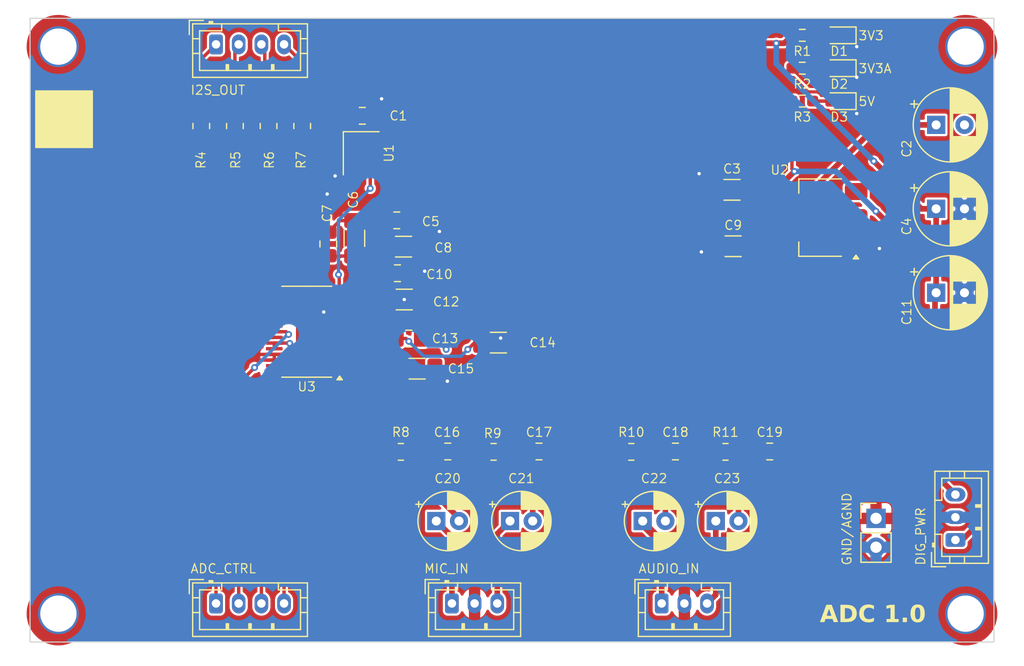
<source format=kicad_pcb>
(kicad_pcb (version 20240108) (generator "pcbnew") (generator_version "8.0")
  (layers (0 "F.Cu" signal) (31 "B.Cu" signal) (34 "B.Paste" user) (35 "F.Paste" user) (36 "B.SilkS" user "B.Silkscreen") (37 "F.SilkS" user "F.Silkscreen") (38 "B.Mask" user) (39 "F.Mask" user) (44 "Edge.Cuts" user))
  (net 0 "")
  (net 1 "GND")
  (net 2 "AGND")
  (net 3 "3V3")
  (net 4 "RIGHT_IN")
  (net 5 "LEFT_IN")
  (net 6 "5V")
  (net 7 "I2S_DATA_OUT")
  (net 8 "I2S_MCLK_OUT")
  (net 9 "I2S_BCLK_OUT")
  (net 10 "SDA")
  (net 11 "SCL")
  (net 12 "3V3A")
  (net 13 "LDO")
  (net 14 "VREF")
  (net 15 "INT")
  (net 16 "I2S_LRCLK_OUT")
  (net 17 "Net-(D1-A)")
  (net 18 "Net-(C20-Pad2)")
  (net 19 "ADC_INT")
  (net 20 "ADC_GPIO1")
  (net 21 "GNDA")
  (net 22 "Net-(D2-A)")
  (net 23 "Net-(D3-A)")
  (net 24 "SCLKI")
  (net 25 "MIC_LEFT_IN")
  (net 26 "Net-(C21-Pad2)")
  (net 27 "Net-(C22-Pad2)")
  (net 28 "MIC_RIGHT_IN")
  (net 29 "Net-(U3-VINL2)")
  (net 30 "Net-(U3-VINR2)")
  (net 31 "Net-(U3-VINL1)")
  (net 32 "Net-(U3-VINR1)")
  (net 33 "Net-(C23-Pad2)")
  (net 34 "Net-(U3-MOSI{slash}GPIO0{slash}DMIN2)")
  (net 35 "Net-(U3-BCLK)")
  (net 36 "Net-(U3-LRCLK)")
  (net 37 "Net-(U3-DOUT)")
  (footprint "Connector_PinHeader_2.54mm:PinHeader_1x02_P2.54mm_Vertical" (layer "F.Cu") (at 161.0364 105.265)
    (property "Reference" "J2" (hide yes))
    (property "Value" "Conn_01x02_Male")
    (pad "1" thru_hole rect (at 0 0) (size 1.7 1.7) (drill 1) (layers "*.Cu" "*.Mask") (net 2 "AGND"))
    (pad "2" thru_hole oval (at 0 2.54) (size 1.7 1.7) (drill 1) (layers "*.Cu" "*.Mask") (net 1 "GND"))
  )
  (footprint "Connector_JST:JST_PH_B3B-PH-K_1x03_P2.00mm_Vertical" (layer "F.Cu") (at 142.1364 112.765)
    (property "Reference" "J6" (hide yes))
    (property "Value" "Conn_01x03_Pin")
    (pad "1" thru_hole roundrect (at 0 0) (size 1.2 1.75) (drill 0.75) (layers "*.Cu" "*.Mask") (roundrect_rratio 0.208333) (net 5 "LEFT_IN"))
    (pad "2" thru_hole oval (at 2 0) (size 1.2 1.75) (drill 0.75) (layers "*.Cu" "*.Mask") (net 2 "AGND"))
    (pad "3" thru_hole oval (at 4 0) (size 1.2 1.75) (drill 0.75) (layers "*.Cu" "*.Mask") (net 4 "RIGHT_IN"))
  )
  (footprint "Capacitor_SMD:C_1206_3216Metric_Pad1.33x1.80mm_HandSolder" (layer "F.Cu") (at 119.3739 81.3025)
    (property "Reference" "C8" (at 3.5 0.1 0) (layer "F.SilkS") (effects (font (size 0.8 0.8) (thickness 0.1))))
    (property "Value" "10u")
    (pad "1" smd roundrect (at -1.5625 0) (size 1.325 1.8) (layers "F.Cu" "F.Paste" "F.Mask") (roundrect_rratio 0.188679) (net 3 "3V3"))
    (pad "2" smd roundrect (at 1.5625 0) (size 1.325 1.8) (layers "F.Cu" "F.Paste" "F.Mask") (roundrect_rratio 0.188679) (net 1 "GND"))
  )
  (footprint "MountingHole:MountingHole_3.2mm_M3_DIN965_Pad_TopOnly" (layer "F.Cu") (at 168.9364 113.665)
    (property "Reference" "H4" (hide yes))
    (property "Value" "MountingHole")
    (pad "1" thru_hole circle (at 0 0) (size 3.6 3.6) (drill 3.2) (layers "*.Cu" "*.Mask"))
    (pad "1" connect circle (at 0 0) (size 5.6 5.6) (layers "F.Cu" "F.Mask"))
  )
  (footprint "Resistor_SMD:R_0603_1608Metric_Pad0.98x0.95mm_HandSolder" (layer "F.Cu") (at 154.5364 65.565 180)
    (property "Reference" "R2" (at 0 -1.4 0) (layer "F.SilkS") (effects (font (size 0.8 0.8) (thickness 0.1))))
    (property "Value" "650R")
    (pad "1" smd roundrect (at -0.9125 0 180) (size 0.975 0.95) (layers "F.Cu" "F.Paste" "F.Mask") (net 22 "Net-(D2-A)"))
    (pad "2" smd roundrect (at 0.9125 0 180) (size 0.975 0.95) (layers "F.Cu" "F.Paste" "F.Mask") (net 12 "3V3A"))
  )
  (footprint "Package_TO_SOT_SMD:SOT-223-3_TabPin2" (layer "F.Cu") (at 156.1364 78.74 180)
    (property "Reference" "U2" (at 3.6 4.2 0) (layer "F.SilkS") (effects (font (size 0.8 0.8) (thickness 0.1))))
    (property "Value" "ZLDO1117QG33TA")
    (pad "1" smd roundrect (at -3.15 -2.3 180) (size 2 1.5) (layers "F.Cu" "F.Paste" "F.Mask") (net 1 "GND"))
    (pad "2" smd roundrect (at -3.15 0 180) (size 2 1.5) (layers "F.Cu" "F.Paste" "F.Mask") (net 12 "3V3A"))
    (pad "2" smd roundrect (at 3.15 0 180) (size 2 3.8) (layers "F.Cu" "F.Paste" "F.Mask") (net 12 "3V3A"))
    (pad "3" smd roundrect (at -3.15 2.3 180) (size 2 1.5) (layers "F.Cu" "F.Paste" "F.Mask") (net 6 "5V"))
  )
  (footprint "Capacitor_SMD:C_0805_2012Metric_Pad1.18x1.45mm_HandSolder" (layer "F.Cu") (at 131.316512 99.365)
    (property "Reference" "C17" (at 0 -1.7 0) (layer "F.SilkS") (effects (font (size 0.8 0.8) (thickness 0.1))))
    (property "Value" "10n C0G")
    (pad "1" smd roundrect (at -1.0375 0) (size 1.175 1.45) (layers "F.Cu" "F.Paste" "F.Mask") (roundrect_rratio 0.212766) (net 30 "Net-(U3-VINR2)"))
    (pad "2" smd roundrect (at 1.0375 0) (size 1.175 1.45) (layers "F.Cu" "F.Paste" "F.Mask") (roundrect_rratio 0.212766) (net 2 "AGND"))
  )
  (footprint "Capacitor_THT:CP_Radial_D5.0mm_P2.00mm" (layer "F.Cu") (at 146.906288 105.495)
    (property "Reference" "C23" (at 1 -3.75 0) (layer "F.SilkS") (effects (font (size 0.8 0.8) (thickness 0.1))))
    (property "Value" "10u NICHICON 25V")
    (pad "1" thru_hole rect (at 0 0) (size 1.6 1.6) (drill 0.8) (layers "*.Cu" "*.Mask") (net 4 "RIGHT_IN"))
    (pad "2" thru_hole circle (at 2 0) (size 1.6 1.6) (drill 0.8) (layers "*.Cu" "*.Mask") (net 33 "Net-(C23-Pad2)"))
  )
  (footprint "Resistor_SMD:R_0603_1608Metric_Pad0.98x0.95mm_HandSolder" (layer "F.Cu") (at 154.5364 62.665 180)
    (property "Reference" "R1" (at 0 -1.4 0) (layer "F.SilkS") (effects (font (size 0.8 0.8) (thickness 0.1))))
    (property "Value" "150R")
    (pad "1" smd roundrect (at -0.9125 0 180) (size 0.975 0.95) (layers "F.Cu" "F.Paste" "F.Mask") (net 17 "Net-(D1-A)"))
    (pad "2" smd roundrect (at 0.9125 0 180) (size 0.975 0.95) (layers "F.Cu" "F.Paste" "F.Mask") (net 3 "3V3"))
  )
  (footprint "Oscillator:Oscillator_SMD_Abracon_ASE-4Pin_3.2x2.5mm" (layer "F.Cu") (at 115.6364 73.065 -90)
    (property "Reference" "U1" (at 0 -2.45 90) (layer "F.SilkS") (effects (font (size 0.8 0.8) (thickness 0.1))))
    (property "Value" "ASDMB-xxxMHz")
    (pad "1" smd rect (at -1.05 0.825 270) (size 1.3 1.1) (layers "F.Cu" "F.Paste" "F.Mask") (net 3 "3V3"))
    (pad "2" smd rect (at 1.05 0.825 270) (size 1.3 1.1) (layers "F.Cu" "F.Paste" "F.Mask") (net 1 "GND"))
    (pad "3" smd rect (at 1.05 -0.825 270) (size 1.3 1.1) (layers "F.Cu" "F.Paste" "F.Mask") (net 24 "SCLKI"))
    (pad "4" smd rect (at -1.05 -0.825 270) (size 1.3 1.1) (layers "F.Cu" "F.Paste" "F.Mask") (net 3 "3V3"))
  )
  (footprint "Capacitor_SMD:C_0805_2012Metric_Pad1.18x1.45mm_HandSolder" (layer "F.Cu") (at 151.6614 99.365)
    (property "Reference" "C19" (at 0 -1.7 0) (layer "F.SilkS") (effects (font (size 0.8 0.8) (thickness 0.1))))
    (property "Value" "10n C0G")
    (pad "1" smd roundrect (at -1.0375 0) (size 1.175 1.45) (layers "F.Cu" "F.Paste" "F.Mask") (roundrect_rratio 0.212766) (net 32 "Net-(U3-VINR1)"))
    (pad "2" smd roundrect (at 1.0375 0) (size 1.175 1.45) (layers "F.Cu" "F.Paste" "F.Mask") (roundrect_rratio 0.212766) (net 2 "AGND"))
  )
  (footprint "Capacitor_SMD:C_1206_3216Metric_Pad1.33x1.80mm_HandSolder" (layer "F.Cu") (at 115.0364 80.565 90)
    (property "Reference" "C6" (at 3.4 -0.1 90) (layer "F.SilkS") (effects (font (size 0.8 0.8) (thickness 0.1))))
    (property "Value" "10u")
    (pad "1" smd roundrect (at -1.5625 0 90) (size 1.325 1.8) (layers "F.Cu" "F.Paste" "F.Mask") (roundrect_rratio 0.188679) (net 3 "3V3"))
    (pad "2" smd roundrect (at 1.5625 0 90) (size 1.325 1.8) (layers "F.Cu" "F.Paste" "F.Mask") (roundrect_rratio 0.188679) (net 1 "GND"))
  )
  (footprint "Capacitor_SMD:C_1206_3216Metric_Pad1.33x1.80mm_HandSolder" (layer "F.Cu") (at 127.7364 89.765)
    (property "Reference" "C14" (at 3.9 0 0) (layer "F.SilkS") (effects (font (size 0.8 0.8) (thickness 0.1))))
    (property "Value" "10u")
    (pad "1" smd roundrect (at -1.5625 0) (size 1.325 1.8) (layers "F.Cu" "F.Paste" "F.Mask") (roundrect_rratio 0.188679) (net 12 "3V3A"))
    (pad "2" smd roundrect (at 1.5625 0) (size 1.325 1.8) (layers "F.Cu" "F.Paste" "F.Mask") (roundrect_rratio 0.188679) (net 1 "GND"))
  )
  (footprint "Resistor_SMD:R_0805_2012Metric_Pad1.20x1.40mm_HandSolder" (layer "F.Cu") (at 104.503066 70.665 90)
    (property "Reference" "R5" (at -3 0.066668 90) (layer "F.SilkS") (effects (font (size 0.8 0.8) (thickness 0.1))))
    (property "Value" "22R")
    (pad "1" smd roundrect (at -1 0 90) (size 1.2 1.4) (layers "F.Cu" "F.Paste" "F.Mask") (roundrect_rratio 0.208333) (net 35 "Net-(U3-BCLK)"))
    (pad "2" smd roundrect (at 1 0 90) (size 1.2 1.4) (layers "F.Cu" "F.Paste" "F.Mask") (roundrect_rratio 0.208333) (net 9 "I2S_BCLK_OUT"))
  )
  (footprint "Connector_JST:JST_PH_B3B-PH-K_1x03_P2.00mm_Vertical" (layer "F.Cu") (at 168.0364 107.165 90)
    (property "Reference" "J3" (hide yes))
    (property "Value" "Conn_01x03_Pin")
    (pad "1" thru_hole roundrect (at 0 0 90) (size 1.2 1.75) (drill 0.75) (layers "*.Cu" "*.Mask") (roundrect_rratio 0.208333) (net 3 "3V3"))
    (pad "2" thru_hole oval (at 2 0 90) (size 1.2 1.75) (drill 0.75) (layers "*.Cu" "*.Mask") (net 1 "GND"))
    (pad "3" thru_hole oval (at 4 0 90) (size 1.2 1.75) (drill 0.75) (layers "*.Cu" "*.Mask") (net 6 "5V"))
  )
  (footprint "Capacitor_SMD:C_0805_2012Metric_Pad1.18x1.45mm_HandSolder" (layer "F.Cu") (at 115.7364 69.765)
    (property "Reference" "C1" (at 3.18 0 0) (layer "F.SilkS") (effects (font (size 0.8 0.8) (thickness 0.1))))
    (property "Value" "0.1u")
    (pad "1" smd roundrect (at -1.0375 0) (size 1.175 1.45) (layers "F.Cu" "F.Paste" "F.Mask") (roundrect_rratio 0.212766) (net 3 "3V3"))
    (pad "2" smd roundrect (at 1.0375 0) (size 1.175 1.45) (layers "F.Cu" "F.Paste" "F.Mask") (roundrect_rratio 0.212766) (net 1 "GND"))
  )
  (footprint "Capacitor_THT:CP_Radial_D6.3mm_P2.50mm" (layer "F.Cu") (at 166.3364 77.965)
    (property "Reference" "C4" (at -2.59525 1.55 90) (layer "F.SilkS") (effects (font (size 0.8 0.8) (thickness 0.1))))
    (property "Value" "470u")
    (pad "1" thru_hole rect (at 0 0) (size 1.6 1.6) (drill 0.8) (layers "*.Cu" "*.Mask") (net 3 "3V3"))
    (pad "2" thru_hole circle (at 2.5 0) (size 1.6 1.6) (drill 0.8) (layers "*.Cu" "*.Mask") (net 1 "GND"))
  )
  (footprint "MountingHole:MountingHole_3.2mm_M3_DIN965_Pad_TopOnly" (layer "F.Cu") (at 88.9364 63.665)
    (property "Reference" "H1" (hide yes))
    (property "Value" "MountingHole")
    (pad "1" thru_hole circle (at 0 0) (size 3.6 3.6) (drill 3.2) (layers "*.Cu" "*.Mask"))
    (pad "1" connect circle (at 0 0) (size 5.6 5.6) (layers "F.Cu" "F.Mask"))
  )
  (footprint "Connector_JST:JST_PH_B4B-PH-K_1x04_P2.00mm_Vertical" (layer "F.Cu") (at 102.8364 63.465)
    (property "Reference" "J1" (hide yes))
    (property "Value" "Conn_01x04_Pin")
    (pad "1" thru_hole roundrect (at 0 0) (size 1.2 1.75) (drill 0.75) (layers "*.Cu" "*.Mask") (roundrect_rratio 0.208333) (net 8 "I2S_MCLK_OUT"))
    (pad "2" thru_hole oval (at 2 0) (size 1.2 1.75) (drill 0.75) (layers "*.Cu" "*.Mask") (net 9 "I2S_BCLK_OUT"))
    (pad "3" thru_hole oval (at 4 0) (size 1.2 1.75) (drill 0.75) (layers "*.Cu" "*.Mask") (net 16 "I2S_LRCLK_OUT"))
    (pad "4" thru_hole oval (at 6 0) (size 1.2 1.75) (drill 0.75) (layers "*.Cu" "*.Mask") (net 7 "I2S_DATA_OUT"))
  )
  (footprint "Resistor_SMD:R_0805_2012Metric_Pad1.20x1.40mm_HandSolder" (layer "F.Cu") (at 101.5364 70.665 90)
    (property "Reference" "R4" (at -3 -0.033332 90) (layer "F.SilkS") (effects (font (size 0.8 0.8) (thickness 0.1))))
    (property "Value" "22R")
    (pad "1" smd roundrect (at -1 0 90) (size 1.2 1.4) (layers "F.Cu" "F.Paste" "F.Mask") (roundrect_rratio 0.208333) (net 34 "Net-(U3-MOSI{slash}GPIO0{slash}DMIN2)"))
    (pad "2" smd roundrect (at 1 0 90) (size 1.2 1.4) (layers "F.Cu" "F.Paste" "F.Mask") (roundrect_rratio 0.208333) (net 8 "I2S_MCLK_OUT"))
  )
  (footprint "Capacitor_THT:CP_Radial_D5.0mm_P2.00mm" (layer "F.Cu") (at 122.2614 105.495)
    (property "Reference" "C20" (at 1 -3.75 0) (layer "F.SilkS") (effects (font (size 0.8 0.8) (thickness 0.1))))
    (property "Value" "10u NICHICON 25V")
    (pad "1" thru_hole rect (at 0 0) (size 1.6 1.6) (drill 0.8) (layers "*.Cu" "*.Mask") (net 25 "MIC_LEFT_IN"))
    (pad "2" thru_hole circle (at 2 0) (size 1.6 1.6) (drill 0.8) (layers "*.Cu" "*.Mask") (net 18 "Net-(C20-Pad2)"))
  )
  (footprint "Capacitor_SMD:C_0805_2012Metric_Pad1.18x1.45mm_HandSolder" (layer "F.Cu") (at 112.7364 81.065 90)
    (property "Reference" "C7" (at 2.7 -0.1 90) (layer "F.SilkS") (effects (font (size 0.8 0.8) (thickness 0.1))))
    (property "Value" "0.1u")
    (pad "1" smd roundrect (at -1.0375 0 90) (size 1.175 1.45) (layers "F.Cu" "F.Paste" "F.Mask") (roundrect_rratio 0.212766) (net 3 "3V3"))
    (pad "2" smd roundrect (at 1.0375 0 90) (size 1.175 1.45) (layers "F.Cu" "F.Paste" "F.Mask") (roundrect_rratio 0.212766) (net 1 "GND"))
  )
  (footprint "Resistor_SMD:R_0805_2012Metric_Pad1.20x1.40mm_HandSolder" (layer "F.Cu") (at 139.4614 99.395)
    (property "Reference" "R10" (at 0 -1.73 0) (layer "F.SilkS") (effects (font (size 0.8 0.8) (thickness 0.1))))
    (property "Value" "100R")
    (pad "1" smd roundrect (at -1 0) (size 1.2 1.4) (layers "F.Cu" "F.Paste" "F.Mask") (roundrect_rratio 0.208333) (net 27 "Net-(C22-Pad2)"))
    (pad "2" smd roundrect (at 1 0) (size 1.2 1.4) (layers "F.Cu" "F.Paste" "F.Mask") (roundrect_rratio 0.208333) (net 31 "Net-(U3-VINL1)"))
  )
  (footprint "Capacitor_SMD:C_1206_3216Metric_Pad1.33x1.80mm_HandSolder" (layer "F.Cu") (at 119.4364 85.965)
    (property "Reference" "C12" (at 3.7 0.2 0) (layer "F.SilkS") (effects (font (size 0.8 0.8) (thickness 0.1))))
    (property "Value" "10u")
    (pad "1" smd roundrect (at -1.5625 0) (size 1.325 1.8) (layers "F.Cu" "F.Paste" "F.Mask") (roundrect_rratio 0.188679) (net 13 "LDO"))
    (pad "2" smd roundrect (at 1.5625 0) (size 1.325 1.8) (layers "F.Cu" "F.Paste" "F.Mask") (roundrect_rratio 0.188679) (net 1 "GND"))
  )
  (footprint "Capacitor_SMD:C_1206_3216Metric_Pad1.33x1.80mm_HandSolder" (layer "F.Cu") (at 148.3364 76.29)
    (property "Reference" "C3" (at 0 -1.85 0) (layer "F.SilkS") (effects (font (size 0.8 0.8) (thickness 0.1))))
    (property "Value" "10u")
    (pad "1" smd roundrect (at -1.5625 0) (size 1.325 1.8) (layers "F.Cu" "F.Paste" "F.Mask") (roundrect_rratio 0.188679) (net 1 "GND"))
    (pad "2" smd roundrect (at 1.5625 0) (size 1.325 1.8) (layers "F.Cu" "F.Paste" "F.Mask") (roundrect_rratio 0.188679) (net 6 "5V"))
  )
  (footprint "Capacitor_SMD:C_1206_3216Metric_Pad1.33x1.80mm_HandSolder" (layer "F.Cu") (at 148.4364 81.265)
    (property "Reference" "C9" (at 0 -1.85 0) (layer "F.SilkS") (effects (font (size 0.8 0.8) (thickness 0.1))))
    (property "Value" "10u")
    (pad "1" smd roundrect (at -1.5625 0) (size 1.325 1.8) (layers "F.Cu" "F.Paste" "F.Mask") (roundrect_rratio 0.188679) (net 1 "GND"))
    (pad "2" smd roundrect (at 1.5625 0) (size 1.325 1.8) (layers "F.Cu" "F.Paste" "F.Mask") (roundrect_rratio 0.188679) (net 12 "3V3A"))
  )
  (footprint "LED_SMD:LED_0603_1608Metric" (layer "F.Cu") (at 157.789692 62.665 180)
    (property "Reference" "D1" (at 0 -1.4 0) (layer "F.SilkS") (effects (font (size 0.8 0.8) (thickness 0.1))))
    (property "Value" "BLUE")
    (pad "1" smd roundrect (at -0.7875 0 180) (size 0.875 0.95) (layers "F.Cu" "F.Paste" "F.Mask") (net 1 "GND"))
    (pad "2" smd roundrect (at 0.7875 0 180) (size 0.875 0.95) (layers "F.Cu" "F.Paste" "F.Mask") (net 17 "Net-(D1-A)"))
  )
  (footprint "Resistor_SMD:R_0805_2012Metric_Pad1.20x1.40mm_HandSolder" (layer "F.Cu") (at 119.1364 99.395)
    (property "Reference" "R8" (at 0 -1.73 0) (layer "F.SilkS") (effects (font (size 0.8 0.8) (thickness 0.1))))
    (property "Value" "100R")
    (pad "1" smd roundrect (at -1 0) (size 1.2 1.4) (layers "F.Cu" "F.Paste" "F.Mask") (roundrect_rratio 0.208333) (net 18 "Net-(C20-Pad2)"))
    (pad "2" smd roundrect (at 1 0) (size 1.2 1.4) (layers "F.Cu" "F.Paste" "F.Mask") (roundrect_rratio 0.208333) (net 29 "Net-(U3-VINL2)"))
  )
  (footprint "Resistor_SMD:R_0805_2012Metric_Pad1.20x1.40mm_HandSolder" (layer "F.Cu") (at 107.469732 70.665 90)
    (property "Reference" "R6" (at -3 0.066668 90) (layer "F.SilkS") (effects (font (size 0.8 0.8) (thickness 0.1))))
    (property "Value" "22R")
    (pad "1" smd roundrect (at -1 0 90) (size 1.2 1.4) (layers "F.Cu" "F.Paste" "F.Mask") (roundrect_rratio 0.208333) (net 36 "Net-(U3-LRCLK)"))
    (pad "2" smd roundrect (at 1 0 90) (size 1.2 1.4) (layers "F.Cu" "F.Paste" "F.Mask") (roundrect_rratio 0.208333) (net 16 "I2S_LRCLK_OUT"))
  )
  (footprint "Capacitor_SMD:C_1206_3216Metric_Pad1.33x1.80mm_HandSolder" (layer "F.Cu") (at 120.5739 92.065)
    (property "Reference" "C15" (at 3.8625 0 0) (layer "F.SilkS") (effects (font (size 0.8 0.8) (thickness 0.1))))
    (property "Value" "1u")
    (pad "1" smd roundrect (at -1.5625 0) (size 1.325 1.8) (layers "F.Cu" "F.Paste" "F.Mask") (roundrect_rratio 0.188679) (net 14 "VREF"))
    (pad "2" smd roundrect (at 1.5625 0) (size 1.325 1.8) (layers "F.Cu" "F.Paste" "F.Mask") (roundrect_rratio 0.188679) (net 1 "GND"))
  )
  (footprint "Connector_JST:JST_PH_B3B-PH-K_1x03_P2.00mm_Vertical" (layer "F.Cu") (at 123.6364 112.765)
    (property "Reference" "J5" (hide yes))
    (property "Value" "Conn_01x03_Pin")
    (pad "1" thru_hole roundrect (at 0 0) (size 1.2 1.75) (drill 0.75) (layers "*.Cu" "*.Mask") (roundrect_rratio 0.208333) (net 25 "MIC_LEFT_IN"))
    (pad "2" thru_hole oval (at 2 0) (size 1.2 1.75) (drill 0.75) (layers "*.Cu" "*.Mask") (net 2 "AGND"))
    (pad "3" thru_hole oval (at 4 0) (size 1.2 1.75) (drill 0.75) (layers "*.Cu" "*.Mask") (net 28 "MIC_RIGHT_IN"))
  )
  (footprint "Capacitor_THT:CP_Radial_D6.3mm_P2.50mm" (layer "F.Cu") (at 166.3364 70.565)
    (property "Reference" "C2" (at -2.59525 2.1 90) (layer "F.SilkS") (effects (font (size 0.8 0.8) (thickness 0.1))))
    (property "Value" "470u")
    (pad "1" thru_hole rect (at 0 0) (size 1.6 1.6) (drill 0.8) (layers "*.Cu" "*.Mask") (net 12 "3V3A"))
    (pad "2" thru_hole circle (at 2.5 0) (size 1.6 1.6) (drill 0.8) (layers "*.Cu" "*.Mask") (net 21 "GNDA"))
  )
  (footprint "LED_SMD:LED_0603_1608Metric" (layer "F.Cu") (at 157.789692 65.565 180)
    (property "Reference" "D2" (at 0 -1.4 0) (layer "F.SilkS") (effects (font (size 0.8 0.8) (thickness 0.1))))
    (property "Value" "YELLOW")
    (pad "1" smd roundrect (at -0.7875 0 180) (size 0.875 0.95) (layers "F.Cu" "F.Paste" "F.Mask") (net 1 "GND"))
    (pad "2" smd roundrect (at 0.7875 0 180) (size 0.875 0.95) (layers "F.Cu" "F.Paste" "F.Mask") (net 22 "Net-(D2-A)"))
  )
  (footprint "LED_SMD:LED_0603_1608Metric" (layer "F.Cu") (at 157.789692 68.475 180)
    (property "Reference" "D3" (at 0 -1.39 0) (layer "F.SilkS") (effects (font (size 0.8 0.8) (thickness 0.1))))
    (property "Value" "BLUE")
    (pad "1" smd roundrect (at -0.7875 0 180) (size 0.875 0.95) (layers "F.Cu" "F.Paste" "F.Mask") (net 1 "GND"))
    (pad "2" smd roundrect (at 0.7875 0 180) (size 0.875 0.95) (layers "F.Cu" "F.Paste" "F.Mask") (net 23 "Net-(D3-A)"))
  )
  (footprint "Capacitor_THT:CP_Radial_D5.0mm_P2.00mm" (layer "F.Cu") (at 128.7614 105.495)
    (property "Reference" "C21" (at 1 -3.75 0) (layer "F.SilkS") (effects (font (size 0.8 0.8) (thickness 0.1))))
    (property "Value" "10u NICHICON 25V")
    (pad "1" thru_hole rect (at 0 0) (size 1.6 1.6) (drill 0.8) (layers "*.Cu" "*.Mask") (net 28 "MIC_RIGHT_IN"))
    (pad "2" thru_hole circle (at 2 0) (size 1.6 1.6) (drill 0.8) (layers "*.Cu" "*.Mask") (net 26 "Net-(C21-Pad2)"))
  )
  (footprint "Resistor_SMD:R_0603_1608Metric_Pad0.98x0.95mm_HandSolder" (layer "F.Cu") (at 154.5364 68.465 180)
    (property "Reference" "R3" (at 0 -1.4 0) (layer "F.SilkS") (effects (font (size 0.8 0.8) (thickness 0.1))))
    (property "Value" "1.3K")
    (pad "1" smd roundrect (at -0.9125 0 180) (size 0.975 0.95) (layers "F.Cu" "F.Paste" "F.Mask") (net 23 "Net-(D3-A)"))
    (pad "2" smd roundrect (at 0.9125 0 180) (size 0.975 0.95) (layers "F.Cu" "F.Paste" "F.Mask") (net 6 "5V"))
  )
  (footprint "Resistor_SMD:R_0805_2012Metric_Pad1.20x1.40mm_HandSolder" (layer "F.Cu") (at 147.7614 99.395)
    (property "Reference" "R11" (at 0 -1.73 0) (layer "F.SilkS") (effects (font (size 0.8 0.8) (thickness 0.1))))
    (property "Value" "100R")
    (pad "1" smd roundrect (at -1 0) (size 1.2 1.4) (layers "F.Cu" "F.Paste" "F.Mask") (roundrect_rratio 0.208333) (net 33 "Net-(C23-Pad2)"))
    (pad "2" smd roundrect (at 1 0) (size 1.2 1.4) (layers "F.Cu" "F.Paste" "F.Mask") (roundrect_rratio 0.208333) (net 32 "Net-(U3-VINR1)"))
  )
  (footprint "Resistor_SMD:R_0805_2012Metric_Pad1.20x1.40mm_HandSolder" (layer "F.Cu") (at 127.316512 99.395)
    (property "Reference" "R9" (at -0.080112 -1.63 0) (layer "F.SilkS") (effects (font (size 0.8 0.8) (thickness 0.1))))
    (property "Value" "100R")
    (pad "1" smd roundrect (at -1 0) (size 1.2 1.4) (layers "F.Cu" "F.Paste" "F.Mask") (roundrect_rratio 0.208333) (net 26 "Net-(C21-Pad2)"))
    (pad "2" smd roundrect (at 1 0) (size 1.2 1.4) (layers "F.Cu" "F.Paste" "F.Mask") (roundrect_rratio 0.208333) (net 30 "Net-(U3-VINR2)"))
  )
  (footprint "Capacitor_SMD:C_0805_2012Metric_Pad1.18x1.45mm_HandSolder" (layer "F.Cu") (at 118.8364 83.645)
    (property "Reference" "C10" (at 3.7 0.1 0) (layer "F.SilkS") (effects (font (size 0.8 0.8) (thickness 0.1))))
    (property "Value" "0.1u")
    (pad "1" smd roundrect (at -1.0375 0) (size 1.175 1.45) (layers "F.Cu" "F.Paste" "F.Mask") (roundrect_rratio 0.212766) (net 13 "LDO"))
    (pad "2" smd roundrect (at 1.0375 0) (size 1.175 1.45) (layers "F.Cu" "F.Paste" "F.Mask") (roundrect_rratio 0.212766) (net 1 "GND"))
  )
  (footprint "MountingHole:MountingHole_3.2mm_M3_DIN965_Pad_TopOnly" (layer "F.Cu") (at 88.9364 113.665)
    (property "Reference" "H3" (hide yes))
    (property "Value" "MountingHole")
    (pad "1" thru_hole circle (at 0 0) (size 3.6 3.6) (drill 3.2) (layers "*.Cu" "*.Mask"))
    (pad "1" connect circle (at 0 0) (size 5.6 5.6) (layers "F.Cu" "F.Mask"))
  )
  (footprint "Capacitor_SMD:C_0805_2012Metric_Pad1.18x1.45mm_HandSolder" (layer "F.Cu") (at 143.3489 99.365 180)
    (property "Reference" "C18" (at 0 1.7 0) (layer "F.SilkS") (effects (font (size 0.8 0.8) (thickness 0.1))))
    (property "Value" "10n C0G")
    (pad "1" smd roundrect (at -1.0375 0 180) (size 1.175 1.45) (layers "F.Cu" "F.Paste" "F.Mask") (roundrect_rratio 0.212766) (net 2 "AGND"))
    (pad "2" smd roundrect (at 1.0375 0 180) (size 1.175 1.45) (layers "F.Cu" "F.Paste" "F.Mask") (roundrect_rratio 0.212766) (net 31 "Net-(U3-VINL1)"))
  )
  (footprint "MountingHole:MountingHole_3.2mm_M3_DIN965_Pad_TopOnly" (layer "F.Cu") (at 168.9364 63.665)
    (property "Reference" "H2" (hide yes))
    (property "Value" "MountingHole")
    (pad "1" thru_hole circle (at 0 0) (size 3.6 3.6) (drill 3.2) (layers "*.Cu" "*.Mask"))
    (pad "1" connect circle (at 0 0) (size 5.6 5.6) (layers "F.Cu" "F.Mask"))
  )
  (footprint "Connector_JST:JST_PH_B4B-PH-K_1x04_P2.00mm_Vertical" (layer "F.Cu") (at 102.8364 112.765)
    (property "Reference" "J4" (hide yes))
    (property "Value" "Conn_01x04_Pin")
    (pad "1" thru_hole roundrect (at 0 0) (size 1.2 1.75) (drill 0.75) (layers "*.Cu" "*.Mask") (roundrect_rratio 0.208333) (net 11 "SCL"))
    (pad "2" thru_hole oval (at 2 0) (size 1.2 1.75) (drill 0.75) (layers "*.Cu" "*.Mask") (net 10 "SDA"))
    (pad "3" thru_hole oval (at 4 0) (size 1.2 1.75) (drill 0.75) (layers "*.Cu" "*.Mask") (net 20 "ADC_GPIO1"))
    (pad "4" thru_hole oval (at 6 0) (size 1.2 1.75) (drill 0.75) (layers "*.Cu" "*.Mask") (net 19 "ADC_INT"))
  )
  (footprint "Capacitor_SMD:C_0805_2012Metric_Pad1.18x1.45mm_HandSolder" (layer "F.Cu") (at 123.2739 99.365 180)
    (property "Reference" "C16" (at 0.0625 1.7 0) (layer "F.SilkS") (effects (font (size 0.8 0.8) (thickness 0.1))))
    (property "Value" "10n C0G")
    (pad "1" smd roundrect (at -1.0375 0 180) (size 1.175 1.45) (layers "F.Cu" "F.Paste" "F.Mask") (roundrect_rratio 0.212766) (net 2 "AGND"))
    (pad "2" smd roundrect (at 1.0375 0 180) (size 1.175 1.45) (layers "F.Cu" "F.Paste" "F.Mask") (roundrect_rratio 0.212766) (net 29 "Net-(U3-VINL2)"))
  )
  (footprint "Package_SO:TSSOP-30_4.4x7.8mm_P0.5mm" (layer "F.Cu") (at 110.8364 88.8025 180)
    (property "Reference" "U3" (at 0 -4.85 0) (layer "F.SilkS") (effects (font (size 0.8 0.8) (thickness 0.1))))
    (property "Value" "PCM1863")
    (pad "1" smd roundrect (at -2.8625 -3.5 180) (size 1.475 0.3) (layers "F.Cu" "F.Paste" "F.Mask") (net 29 "Net-(U3-VINL2)"))
    (pad "2" smd roundrect (at -2.8625 -3 180) (size 1.475 0.3) (layers "F.Cu" "F.Paste" "F.Mask") (net 30 "Net-(U3-VINR2)"))
    (pad "3" smd roundrect (at -2.8625 -2.5 180) (size 1.475 0.3) (layers "F.Cu" "F.Paste" "F.Mask") (net 31 "Net-(U3-VINL1)"))
    (pad "4" smd roundrect (at -2.8625 -2 180) (size 1.475 0.3) (layers "F.Cu" "F.Paste" "F.Mask") (net 32 "Net-(U3-VINR1)"))
    (pad "5" smd roundrect (at -2.8625 -1.5 180) (size 1.475 0.3) (layers "F.Cu" "F.Paste" "F.Mask"))
    (pad "6" smd roundrect (at -2.8625 -1 180) (size 1.475 0.3) (layers "F.Cu" "F.Paste" "F.Mask") (net 14 "VREF"))
    (pad "7" smd roundrect (at -2.8625 -0.5 180) (size 1.475 0.3) (layers "F.Cu" "F.Paste" "F.Mask") (net 2 "AGND"))
    (pad "8" smd roundrect (at -2.8625 0 180) (size 1.475 0.3) (layers "F.Cu" "F.Paste" "F.Mask") (net 12 "3V3A"))
    (pad "9" smd roundrect (at -2.8625 0.5 180) (size 1.475 0.3) (layers "F.Cu" "F.Paste" "F.Mask"))
    (pad "10" smd roundrect (at -2.8625 1 180) (size 1.475 0.3) (layers "F.Cu" "F.Paste" "F.Mask"))
    (pad "11" smd roundrect (at -2.8625 1.5 180) (size 1.475 0.3) (layers "F.Cu" "F.Paste" "F.Mask") (net 13 "LDO"))
    (pad "12" smd roundrect (at -2.8625 2 180) (size 1.475 0.3) (layers "F.Cu" "F.Paste" "F.Mask") (net 1 "GND"))
    (pad "13" smd roundrect (at -2.8625 2.5 180) (size 1.475 0.3) (layers "F.Cu" "F.Paste" "F.Mask") (net 3 "3V3"))
    (pad "14" smd roundrect (at -2.8625 3 180) (size 1.475 0.3) (layers "F.Cu" "F.Paste" "F.Mask") (net 3 "3V3"))
    (pad "15" smd roundrect (at -2.8625 3.5 180) (size 1.475 0.3) (layers "F.Cu" "F.Paste" "F.Mask") (net 24 "SCLKI"))
    (pad "16" smd roundrect (at 2.8625 3.5 180) (size 1.475 0.3) (layers "F.Cu" "F.Paste" "F.Mask") (net 36 "Net-(U3-LRCLK)"))
    (pad "17" smd roundrect (at 2.8625 3 180) (size 1.475 0.3) (layers "F.Cu" "F.Paste" "F.Mask") (net 35 "Net-(U3-BCLK)"))
    (pad "18" smd roundrect (at 2.8625 2.5 180) (size 1.475 0.3) (layers "F.Cu" "F.Paste" "F.Mask") (net 37 "Net-(U3-DOUT)"))
    (pad "19" smd roundrect (at 2.8625 2 180) (size 1.475 0.3) (layers "F.Cu" "F.Paste" "F.Mask") (net 15 "INT"))
    (pad "20" smd roundrect (at 2.8625 1.5 180) (size 1.475 0.3) (layers "F.Cu" "F.Paste" "F.Mask") (net 19 "ADC_INT"))
    (pad "21" smd roundrect (at 2.8625 1 180) (size 1.475 0.3) (layers "F.Cu" "F.Paste" "F.Mask") (net 20 "ADC_GPIO1"))
    (pad "22" smd roundrect (at 2.8625 0.5 180) (size 1.475 0.3) (layers "F.Cu" "F.Paste" "F.Mask") (net 34 "Net-(U3-MOSI{slash}GPIO0{slash}DMIN2)"))
    (pad "23" smd roundrect (at 2.8625 0 180) (size 1.475 0.3) (layers "F.Cu" "F.Paste" "F.Mask") (net 10 "SDA"))
    (pad "24" smd roundrect (at 2.8625 -0.5 180) (size 1.475 0.3) (layers "F.Cu" "F.Paste" "F.Mask") (net 11 "SCL"))
    (pad "25" smd roundrect (at 2.8625 -1 180) (size 1.475 0.3) (layers "F.Cu" "F.Paste" "F.Mask") (net 1 "GND"))
    (pad "26" smd roundrect (at 2.8625 -1.5 180) (size 1.475 0.3) (layers "F.Cu" "F.Paste" "F.Mask") (net 1 "GND"))
    (pad "27" smd roundrect (at 2.8625 -2 180) (size 1.475 0.3) (layers "F.Cu" "F.Paste" "F.Mask") (net 2 "AGND"))
    (pad "28" smd roundrect (at 2.8625 -2.5 180) (size 1.475 0.3) (layers "F.Cu" "F.Paste" "F.Mask") (net 2 "AGND"))
    (pad "29" smd roundrect (at 2.8625 -3 180) (size 1.475 0.3) (layers "F.Cu" "F.Paste" "F.Mask") (net 2 "AGND"))
    (pad "30" smd roundrect (at 2.8625 -3.5 180) (size 1.475 0.3) (layers "F.Cu" "F.Paste" "F.Mask") (net 2 "AGND"))
  )
  (footprint "Resistor_SMD:R_0805_2012Metric_Pad1.20x1.40mm_HandSolder" (layer "F.Cu") (at 110.4364 70.665 90)
    (property "Reference" "R7" (at -3 -0.099999 90) (layer "F.SilkS") (effects (font (size 0.8 0.8) (thickness 0.1))))
    (property "Value" "22R")
    (pad "1" smd roundrect (at -1 0 90) (size 1.2 1.4) (layers "F.Cu" "F.Paste" "F.Mask") (roundrect_rratio 0.208333) (net 37 "Net-(U3-DOUT)"))
    (pad "2" smd roundrect (at 1 0 90) (size 1.2 1.4) (layers "F.Cu" "F.Paste" "F.Mask") (roundrect_rratio 0.208333) (net 7 "I2S_DATA_OUT"))
  )
  (footprint "Capacitor_THT:CP_Radial_D5.0mm_P2.00mm" (layer "F.Cu") (at 140.4614 105.495)
    (property "Reference" "C22" (at 1 -3.75 0) (layer "F.SilkS") (effects (font (size 0.8 0.8) (thickness 0.1))))
    (property "Value" "10u NICHICON 25V")
    (pad "1" thru_hole rect (at 0 0) (size 1.6 1.6) (drill 0.8) (layers "*.Cu" "*.Mask") (net 5 "LEFT_IN"))
    (pad "2" thru_hole circle (at 2 0) (size 1.6 1.6) (drill 0.8) (layers "*.Cu" "*.Mask") (net 27 "Net-(C22-Pad2)"))
  )
  (footprint "Capacitor_SMD:C_0805_2012Metric_Pad1.18x1.45mm_HandSolder" (layer "F.Cu") (at 119.8364 89.4025)
    (property "Reference" "C13" (at 3.2 0 0) (layer "F.SilkS") (effects (font (size 0.8 0.8) (thickness 0.1))))
    (property "Value" "0.1u")
    (pad "1" smd roundrect (at -1.0375 0) (size 1.175 1.45) (layers "F.Cu" "F.Paste" "F.Mask") (roundrect_rratio 0.212766) (net 12 "3V3A"))
    (pad "2" smd roundrect (at 1.0375 0) (size 1.175 1.45) (layers "F.Cu" "F.Paste" "F.Mask") (roundrect_rratio 0.212766) (net 1 "GND"))
  )
  (footprint "Capacitor_SMD:C_0805_2012Metric_Pad1.18x1.45mm_HandSolder" (layer "F.Cu") (at 118.7739 78.9825)
    (property "Reference" "C5" (at 3 0.1 0) (layer "F.SilkS") (effects (font (size 0.8 0.8) (thickness 0.1))))
    (property "Value" "0.1u")
    (pad "1" smd roundrect (at -1.0375 0) (size 1.175 1.45) (layers "F.Cu" "F.Paste" "F.Mask") (roundrect_rratio 0.212766) (net 3 "3V3"))
    (pad "2" smd roundrect (at 1.0375 0) (size 1.175 1.45) (layers "F.Cu" "F.Paste" "F.Mask") (roundrect_rratio 0.212766) (net 1 "GND"))
  )
  (footprint "Capacitor_THT:CP_Radial_D6.3mm_P2.50mm" (layer "F.Cu") (at 166.3364 85.365)
    (property "Reference" "C11" (at -2.59525 1.7 90) (layer "F.SilkS") (effects (font (size 0.8 0.8) (thickness 0.1))))
    (property "Value" "470u")
    (pad "1" thru_hole rect (at 0 0) (size 1.6 1.6) (drill 0.8) (layers "*.Cu" "*.Mask") (net 6 "5V"))
    (pad "2" thru_hole circle (at 2.5 0) (size 1.6 1.6) (drill 0.8) (layers "*.Cu" "*.Mask") (net 1 "GND"))
  )
  (gr_rect (start 86.9364 67.565) (end 91.9364 72.565) (stroke (width 0.1)) (fill solid) (layer "F.SilkS"))
  (gr_line (start 171.4364 61.165) (end 171.4364 116.165) (stroke (width 0.1)) (layer "Edge.Cuts"))
  (gr_line (start 86.4364 61.165) (end 86.4364 116.165) (stroke (width 0.1)) (layer "Edge.Cuts"))
  (gr_line (start 171.4364 116.165) (end 86.4364 116.165) (stroke (width 0.1)) (layer "Edge.Cuts"))
  (gr_line (start 86.4364 61.165) (end 171.4364 61.165) (stroke (width 0.1)) (layer "Edge.Cuts"))
  (gr_text "AUDIO_IN\n" (at 140.0364 110.165 0) (layer "F.SilkS") (effects (font (size 0.8 0.8) (thickness 0.1)) (justify left bottom)))
  (gr_text "I2S_OUT" (at 100.5364 67.965 0) (layer "F.SilkS") (effects (font (size 0.8 0.8) (thickness 0.1)) (justify left bottom)))
  (gr_text "GND/AGND" (at 158.9364 109.465 90) (layer "F.SilkS") (effects (font (size 0.8 0.8) (thickness 0.1)) (justify left bottom)))
  (gr_text "3V3A\n" (at 159.4364 66.065 0) (layer "F.SilkS") (effects (font (size 0.8 0.8) (thickness 0.1)) (justify left bottom)))
  (gr_text "MIC_IN" (at 121.1364 110.165 0) (layer "F.SilkS") (effects (font (size 0.8 0.8) (thickness 0.1)) (justify left bottom)))
  (gr_text "DIG_PWR" (at 165.4364 109.465 90) (layer "F.SilkS") (effects (font (size 0.8 0.8) (thickness 0.1)) (justify left bottom)))
  (gr_text "5V" (at 159.4364 68.965 0) (layer "F.SilkS") (effects (font (size 0.8 0.8) (thickness 0.1)) (justify left bottom)))
  (gr_text "ADC 1.0" (at 165.4364 114.665 0) (layer "F.SilkS") (effects (font (size 1.5 1.5) (thickness 0.1) (bold yes)) (justify right bottom)))
  (gr_text "ADC_CTRL" (at 100.5364 110.165 0) (layer "F.SilkS") (effects (font (size 0.8 0.8) (thickness 0.1)) (justify left bottom)))
  (gr_text "3V3" (at 159.4364 63.165 0) (layer "F.SilkS") (effects (font (size 0.8 0.8) (thickness 0.1)) (justify left bottom)))
  (segment (start 112.7364 80.0275) (end 112.7364 76.765) (width 0.3) (layer "F.Cu") (net 1))
  (segment (start 109.311417 89.8025) (end 109.3364 89.827483) (width 0.3) (layer "F.Cu") (net 1))
  (segment (start 120.4989 84.2025) (end 121.2364 83.465) (width 0.3) (layer "F.Cu") (net 1))
  (segment (start 120.4789 85.965) (end 119.4364 85.965) (width 0.3) (layer "F.Cu") (net 1))
  (segment (start 129.2989 89.765) (end 128.3364 89.765) (width 0.3) (layer "F.Cu") (net 1))
  (segment (start 114.2864 74.115) (end 113.3364 75.065) (width 0.3) (layer "F.Cu") (net 1))
  (segment (start 116.8489 69.4525) (end 117.3364 68.965) (width 0.3) (layer "F.Cu") (net 1))
  (segment (start 160.9364 81.065) (end 161.3364 81.465) (width 0.3) (layer "F.Cu") (net 1))
  (segment (start 117.3364 68.365) (end 117.4364 68.265) (width 0.3) (layer "F.Cu") (net 1))
  (segment (start 117.3364 68.965) (end 117.3364 68.365) (width 0.3) (layer "F.Cu") (net 1))
  (segment (start 112.7364 76.765) (end 112.6364 76.665) (width 0.3) (layer "F.Cu") (net 1))
  (segment (start 113.7614 79.0025) (end 112.7364 80.0275) (width 0.3) (layer "F.Cu") (net 1))
  (segment (start 121.1989 81.3025) (end 122.5364 79.965) (width 0.3) (layer "F.Cu") (net 1))
  (segment (start 114.8114 74.115) (end 114.2864 74.115) (width 0.3) (layer "F.Cu") (net 1))
  (segment (start 146.7739 76.2025) (end 145.4364 74.865) (width 0.3) (layer "F.Cu") (net 1))
  (segment (start 107.9739 90.3025) (end 107.9739 89.8025) (width 0.3) (layer "F.Cu") (net 1))
  (segment (start 119.8114 80.1775) (end 120.9364 81.3025) (width 0.3) (layer "F.Cu") (net 1))
  (segment (start 146.1364 81.265) (end 145.6364 81.765) (width 0.3) (layer "F.Cu") (net 1))
  (segment (start 112.5989 86.8025) (end 112.3364 87.065) (width 0.3) (layer "F.Cu") (net 1))
  (segment (start 158.577192 68.805792) (end 159.3364 69.565) (width 0.3) (layer "F.Cu") (net 1))
  (segment (start 115.0364 79.0025) (end 113.7614 79.0025) (width 0.3) (layer "F.Cu") (net 1))
  (segment (start 122.1364 92.265) (end 123.0364 93.165) (width 0.3) (layer "F.Cu") (net 1))
  (segment (start 122.6739 89.9025) (end 123.1364 90.365) (width 0.3) (layer "F.Cu") (net 1))
  (segment (start 107.9739 89.8025) (end 109.311417 89.8025) (width 0.3) (layer "F.Cu") (net 1))
  (segment (start 128.3364 89.765) (end 127.9364 89.365) (width 0.3) (layer "F.Cu") (net 1))
  (segment (start 158.577192 65.605792) (end 159.3364 66.365) (width 0.3) (layer "F.Cu") (net 1))
  (segment (start 119.9114 84.2025) (end 120.4989 84.2025) (width 0.3) (layer "F.Cu") (net 1))
  (segment (start 159.2864 81.065) (end 160.9364 81.065) (width 0.3) (layer "F.Cu") (net 1))
  (segment (start 120.8739 89.9025) (end 122.6739 89.9025) (width 0.3) (layer "F.Cu") (net 1))
  (segment (start 113.6989 86.8025) (end 112.5989 86.8025) (width 0.3) (layer "F.Cu") (net 1))
  (segment (start 123.0364 93.165) (end 123.2364 93.165) (width 0.3) (layer "F.Cu") (net 1))
  (segment (start 146.8739 81.265) (end 146.1364 81.265) (width 0.3) (layer "F.Cu") (net 1))
  (segment (start 158.577192 62.905792) (end 159.3364 63.665) (width 0.3) (layer "F.Cu") (net 1))
  (segment (start 158.577192 68.475) (end 158.577192 68.805792) (width 0.3) (layer "F.Cu") (net 1))
  (segment (start 119.8114 78.9825) (end 119.8114 80.1775) (width 0.3) (layer "F.Cu") (net 1))
  (via (at 119.4364 85.965) (size 0.6) (drill 0.3) (layers "F.Cu" "B.Cu") (net 1))
  (via (at 159.3364 63.665) (size 0.6) (drill 0.3) (layers "F.Cu" "B.Cu") (net 1))
  (via (at 123.2364 93.165) (size 0.6) (drill 0.3) (layers "F.Cu" "B.Cu") (net 1))
  (via (at 121.2364 83.465) (size 0.6) (drill 0.3) (layers "F.Cu" "B.Cu") (net 1))
  (via (at 109.3364 89.827483) (size 0.6) (drill 0.3) (layers "F.Cu" "B.Cu") (net 1))
  (via (at 122.5364 79.965) (size 0.6) (drill 0.3) (layers "F.Cu" "B.Cu") (net 1))
  (via (at 112.6364 76.665) (size 0.6) (drill 0.3) (layers "F.Cu" "B.Cu") (net 1))
  (via (at 123.1364 90.365) (size 0.6) (drill 0.3) (layers "F.Cu" "B.Cu") (net 1))
  (via (at 117.4364 68.265) (size 0.6) (drill 0.3) (layers "F.Cu" "B.Cu") (net 1))
  (via (at 113.3364 75.065) (size 0.6) (drill 0.3) (layers "F.Cu" "B.Cu") (net 1))
  (via (at 159.3364 66.365) (size 0.6) (drill 0.3) (layers "F.Cu" "B.Cu") (net 1))
  (via (at 145.6364 81.765) (size 0.6) (drill 0.3) (layers "F.Cu" "B.Cu") (net 1))
  (via (at 127.9364 89.365) (size 0.6) (drill 0.3) (layers "F.Cu" "B.Cu") (net 1))
  (via (at 159.3364 69.565) (size 0.6) (drill 0.3) (layers "F.Cu" "B.Cu") (net 1))
  (via (at 145.4364 74.865) (size 0.6) (drill 0.3) (layers "F.Cu" "B.Cu") (net 1))
  (via (at 112.3364 87.065) (size 0.6) (drill 0.3) (layers "F.Cu" "B.Cu") (net 1))
  (via (at 161.3364 81.465) (size 0.6) (drill 0.3) (layers "F.Cu" "B.Cu") (net 1))
  (segment (start 117.7364 78.9825) (end 117.7364 81.2275) (width 0.3) (layer "F.Cu") (net 3))
  (segment (start 166.3364 77.965) (end 165.0364 77.965) (width 0.5) (layer "F.Cu") (net 3))
  (segment (start 165.0364 77.965) (end 160.8364 73.765) (width 0.5) (layer "F.Cu") (net 3))
  (segment (start 116.4364 82.6775) (end 117.8114 81.3025) (width 0.3) (layer "F.Cu") (net 3))
  (segment (start 114.8114 72.015) (end 114.8114 69.9525) (width 0.3) (layer "F.Cu") (net 3))
  (segment (start 166.3364 79.565) (end 170.0364 83.265) (width 0.5) (layer "F.Cu") (net 3))
  (segment (start 117.7364 73.29) (end 116.4614 72.015) (width 0.3) (layer "F.Cu") (net 3))
  (segment (start 115.0364 85.23491) (end 115.0364 82.1275) (width 0.3) (layer "F.Cu") (net 3))
  (segment (start 152.2364 63.365) (end 133.3539 63.365) (width 0.5) (layer "F.Cu") (net 3))
  (segment (start 114.6989 86.3025) (end 116.4364 84.565) (width 0.3) (layer "F.Cu") (net 3))
  (segment (start 113.6989 86.3025) (end 114.6989 86.3025) (width 0.3) (layer "F.Cu") (net 3))
  (segment (start 114.46881 85.8025) (end 115.0364 85.23491) (width 0.3) (layer "F.Cu") (net 3))
  (segment (start 115.0364 81.6825) (end 117.7364 78.9825) (width 0.3) (layer "F.Cu") (net 3))
  (segment (start 152.9364 63.365) (end 153.1364 63.165) (width 0.5) (layer "F.Cu") (net 3))
  (segment (start 170.0364 83.265) (end 170.0364 105.765) (width 0.5) (layer "F.Cu") (net 3))
  (segment (start 113.6989 85.8025) (end 114.46881 85.8025) (width 0.3) (layer "F.Cu") (net 3))
  (segment (start 166.3364 77.965) (end 166.3364 79.565) (width 0.5) (layer "F.Cu") (net 3))
  (segment (start 114.8114 72.015) (end 116.4614 72.015) (width 0.3) (layer "F.Cu") (net 3))
  (segment (start 116.4364 84.565) (end 116.4364 82.6775) (width 0.3) (layer "F.Cu") (net 3))
  (segment (start 133.3539 63.365) (end 117.7364 78.9825) (width 0.5) (layer "F.Cu") (net 3))
  (segment (start 113.8447 82.1275) (end 115.0364 82.1275) (width 0.3) (layer "F.Cu") (net 3))
  (segment (start 170.0364 105.765) (end 168.6364 107.165) (width 0.5) (layer "F.Cu") (net 3))
  (segment (start 117.7364 78.9825) (end 117.7364 73.29) (width 0.3) (layer "F.Cu") (net 3))
  (segment (start 112.7337 82.1623) (end 113.8099 82.1623) (width 0.3) (layer "F.Cu") (net 3))
  (segment (start 113.8099 82.1623) (end 113.8447 82.1275) (width 0.3) (layer "F.Cu") (net 3))
  (segment (start 152.2364 63.365) (end 152.9364 63.365) (width 0.5) (layer "F.Cu") (net 3))
  (via (at 160.8364 73.765) (size 0.6) (drill 0.3) (layers "F.Cu" "B.Cu") (net 3))
  (via (at 152.2364 63.365) (size 0.6) (drill 0.3) (layers "F.Cu" "B.Cu") (net 3))
  (segment (start 160.8364 73.765) (end 152.2364 65.165) (width 0.5) (layer "B.Cu") (net 3))
  (segment (start 152.2364 65.165) (end 152.2364 63.365) (width 0.5) (layer "B.Cu") (net 3))
  (segment (start 146.906288 111.995112) (end 146.1364 112.765) (width 0.5) (layer "F.Cu") (net 4))
  (segment (start 146.906288 105.495) (end 146.906288 111.995112) (width 0.5) (layer "F.Cu") (net 4))
  (segment (start 141.8614 107.295) (end 140.4614 105.895) (width 0.5) (layer "F.Cu") (net 5))
  (segment (start 142.1364 107.17) (end 140.4614 105.495) (width 0.5) (layer "F.Cu") (net 5))
  (segment (start 142.1364 112.765) (end 142.1364 107.17) (width 0.5) (layer "F.Cu") (net 5))
  (segment (start 166.2364 101.365) (end 166.2364 85.465) (width 0.5) (layer "F.Cu") (net 6))
  (segment (start 153.6239 68.465) (end 153.6239 74.4525) (width 0.3) (layer "F.Cu") (net 6))
  (segment (start 153.6239 74.4525) (end 153.8364 74.665) (width 0.3) (layer "F.Cu") (net 6))
  (segment (start 149.8989 76.29) (end 152.2114 76.29) (width 0.5) (layer "F.Cu") (net 6))
  (segment (start 161.0239 78.1775) (end 159.2864 76.44) (width 0.5) (layer "F.Cu") (net 6))
  (segment (start 166.3364 85.365) (end 166.3364 83.49) (width 0.5) (layer "F.Cu") (net 6))
  (segment (start 166.3364 83.49) (end 161.0239 78.1775) (width 0.5) (layer "F.Cu") (net 6))
  (segment (start 168.0364 103.165) (end 166.2364 101.365) (width 0.5) (layer "F.Cu") (net 6))
  (segment (start 152.2114 76.29) (end 153.8364 74.665) (width 0.5) (layer "F.Cu") (net 6))
  (via (at 153.8364 74.665) (size 0.6) (drill 0.3) (layers "F.Cu" "B.Cu") (net 6))
  (via (at 161.0239 78.1775) (size 0.6) (drill 0.3) (layers "F.Cu" "B.Cu") (net 6))
  (segment (start 153.8364 74.665) (end 157.5114 74.665) (width 0.5) (layer "B.Cu") (net 6))
  (segment (start 157.5114 74.665) (end 161.0239 78.1775) (width 0.5) (layer "B.Cu") (net 6))
  (segment (start 110.4364 69.665) (end 110.4364 65.065) (width 0.3) (layer "F.Cu") (net 7))
  (segment (start 110.4364 65.065) (end 108.8364 63.465) (width 0.3) (layer "F.Cu") (net 7))
  (segment (start 101.5364 69.665) (end 101.5364 64.765) (width 0.3) (layer "F.Cu") (net 8))
  (segment (start 101.5364 64.765) (end 102.8364 63.465) (width 0.3) (layer "F.Cu") (net 8))
  (segment (start 104.503066 69.665) (end 104.503066 63.798334) (width 0.3) (layer "F.Cu") (net 9))
  (segment (start 104.8364 93.365) (end 106.2364 91.965) (width 0.3) (layer "F.Cu") (net 10))
  (segment (start 104.8364 112.765) (end 104.8364 93.365) (width 0.3) (layer "F.Cu") (net 10))
  (segment (start 107.9739 88.8025) (end 108.998403 88.8025) (width 0.3) (layer "F.Cu") (net 10))
  (segment (start 108.998403 88.8025) (end 109.2364 89.040497) (width 0.3) (layer "F.Cu") (net 10))
  (via (at 106.2364 91.965) (size 0.6) (drill 0.3) (layers "F.Cu" "B.Cu") (net 10))
  (via (at 109.2364 89.040497) (size 0.6) (drill 0.3) (layers "F.Cu" "B.Cu") (net 10))
  (segment (start 106.2364 91.965) (end 109.160903 89.040497) (width 0.3) (layer "B.Cu") (net 10))
  (segment (start 109.160903 89.040497) (end 109.2364 89.040497) (width 0.3) (layer "B.Cu") (net 10))
  (segment (start 107.9739 89.3025) (end 105.9989 89.3025) (width 0.3) (layer "F.Cu") (net 11))
  (segment (start 102.8364 92.465) (end 102.8364 112.765) (width 0.3) (layer "F.Cu") (net 11))
  (segment (start 105.9989 89.3025) (end 102.8364 92.465) (width 0.3) (layer "F.Cu") (net 11))
  (segment (start 155.2239 67.165) (end 158.481878 67.165) (width 0.3) (layer "F.Cu") (net 12))
  (segment (start 149.9989 81.265) (end 139.2989 91.965) (width 0.5) (layer "F.Cu") (net 12))
  (segment (start 118.6614 89.265) (end 114.93131 89.265) (width 0.3) (layer "F.Cu") (net 12))
  (segment (start 159.2864 78.74) (end 152.9864 78.74) (width 0.5) (layer "F.Cu") (net 12))
  (segment (start 114.46881 88.8025) (end 113.6989 88.8025) (width 0.3) (layer "F.Cu") (net 12))
  (segment (start 153.6239 65.565) (end 155.2239 67.165) (width 0.3) (layer "F.Cu") (net 12))
  (segment (start 126.1739 89.765) (end 125.6364 89.765) (width 0.3) (layer "F.Cu") (net 12))
  (segment (start 119.8364 89.649722) (end 119.589178 89.4025) (width 0.3) (layer "F.Cu") (net 12))
  (segment (start 139.2989 91.965) (end 128.3739 91.965) (width 0.5) (layer "F.Cu") (net 12))
  (segment (start 161.1614 70.565) (end 152.9864 78.74) (width 0.5) (layer "F.Cu") (net 12))
  (segment (start 125.6364 89.765) (end 125.0364 90.365) (width 0.3) (layer "F.Cu") (net 12))
  (segment (start 158.481878 67.165) (end 161.1614 69.844522) (width 0.3) (layer "F.Cu") (net 12))
  (segment (start 161.1614 69.844522) (end 161.1614 70.565) (width 0.3) (layer "F.Cu") (net 12))
  (segment (start 150.4614 81.265) (end 152.9864 78.74) (width 0.5) (layer "F.Cu") (net 12))
  (segment (start 119.589178 89.4025) (end 118.7989 89.4025) (width 0.3) (layer "F.Cu") (net 12))
  (segment (start 128.3739 91.965) (end 126.1739 89.765) (width 0.5) (layer "F.Cu") (net 12))
  (segment (start 114.93131 89.265) (end 114.46881 88.8025) (width 0.3) (layer "F.Cu") (net 12))
  (segment (start 149.9989 81.265) (end 150.4614 81.265) (width 0.5) (layer "F.Cu") (net 12))
  (segment (start 166.3364 70.565) (end 161.1614 70.565) (width 0.5) (layer "F.Cu") (net 12))
  (via (at 119.8364 89.649722) (size 0.6) (drill 0.3) (layers "F.Cu" "B.Cu") (net 12))
  (via (at 125.0364 90.365) (size 0.6) (drill 0.3) (layers "F.Cu" "B.Cu") (net 12))
  (segment (start 121.151678 90.965) (end 124.4364 90.965) (width 0.3) (layer "B.Cu") (net 12))
  (segment (start 124.4364 90.965) (end 125.0364 90.365) (width 0.3) (layer "B.Cu") (net 12))
  (segment (start 119.8364 89.649722) (end 121.151678 90.965) (width 0.3) (layer "B.Cu") (net 12))
  (segment (start 117.9114 86.5225) (end 117.1314 87.3025) (width 0.3) (layer "F.Cu") (net 13))
  (segment (start 117.8364 84.2025) (end 117.8364 86.4475) (width 0.3) (layer "F.Cu") (net 13))
  (segment (start 117.1314 87.3025) (end 113.6989 87.3025) (width 0.3) (layer "F.Cu") (net 13))
  (segment (start 119.0114 92.065) (end 116.7489 89.8025) (width 0.3) (layer "F.Cu") (net 14))
  (segment (start 116.7489 89.8025) (end 113.6989 89.8025) (width 0.3) (layer "F.Cu") (net 14))
  (segment (start 107.1364 69.331668) (end 107.1364 63.765) (width 0.3) (layer "F.Cu") (net 16))
  (segment (start 155.4489 62.665) (end 157.002192 62.665) (width 0.3) (layer "F.Cu") (net 17))
  (segment (start 118.410234 99.395) (end 118.1364 99.395) (width 0.5) (layer "F.Cu") (net 18))
  (segment (start 124.2614 105.495) (end 124.2614 105.246166) (width 0.5) (layer "F.Cu") (net 18))
  (segment (start 124.2614 105.246166) (end 118.410234 99.395) (width 0.5) (layer "F.Cu") (net 18))
  (segment (start 109.710296 87.3025) (end 110.5364 88.128604) (width 0.3) (layer "F.Cu") (net 19))
  (segment (start 108.8364 95.565) (end 108.8364 112.765) (width 0.3) (layer "F.Cu") (net 19))
  (segment (start 107.9739 87.3025) (end 109.710296 87.3025) (width 0.3) (layer "F.Cu") (net 19))
  (segment (start 110.5364 88.128604) (end 110.5364 93.865) (width 0.3) (layer "F.Cu") (net 19))
  (segment (start 110.5364 93.865) (end 108.8364 95.565) (width 0.3) (layer "F.Cu") (net 19))
  (segment (start 107.9739 87.8025) (end 109.5739 87.8025) (width 0.3) (layer "F.Cu") (net 20))
  (segment (start 106.8364 94.965) (end 106.8364 112.765) (width 0.3) (layer "F.Cu") (net 20))
  (segment (start 110.0364 88.265) (end 110.0364 91.765) (width 0.3) (layer "F.Cu") (net 20))
  (segment (start 109.5739 87.8025) (end 110.0364 88.265) (width 0.3) (layer "F.Cu") (net 20))
  (segment (start 110.0364 91.765) (end 106.8364 94.965) (width 0.3) (layer "F.Cu") (net 20))
  (segment (start 155.4489 65.565) (end 157.002192 65.565) (width 0.3) (layer "F.Cu") (net 22))
  (segment (start 155.4489 68.465) (end 156.992192 68.465) (width 0.3) (layer "F.Cu") (net 23))
  (segment (start 116.4364 76.165) (end 116.4364 74.14) (width 0.3) (layer "F.Cu") (net 24))
  (segment (start 113.6989 83.8275) (end 113.6364 83.765) (width 0.3) (layer "F.Cu") (net 24))
  (segment (start 113.6989 85.3025) (end 113.6989 83.8275) (width 0.3) (layer "F.Cu") (net 24))
  (via (at 113.6364 83.765) (size 0.6) (drill 0.3) (layers "F.Cu" "B.Cu") (net 24))
  (via (at 116.4364 76.165) (size 0.6) (drill 0.3) (layers "F.Cu" "B.Cu") (net 24))
  (segment (start 113.6364 78.965) (end 113.6364 83.765) (width 0.3) (layer "B.Cu") (net 24))
  (segment (start 116.4364 76.165) (end 113.6364 78.965) (width 0.3) (layer "B.Cu") (net 24))
  (segment (start 123.6364 106.87) (end 122.2614 105.495) (width 0.5) (layer "F.Cu") (net 25))
  (segment (start 123.6364 112.765) (end 123.6364 106.87) (width 0.5) (layer "F.Cu") (net 25))
  (segment (start 130.7614 103.839888) (end 126.316512 99.395) (width 0.5) (layer "F.Cu") (net 26))
  (segment (start 130.7614 105.495) (end 130.7614 103.839888) (width 0.5) (layer "F.Cu") (net 26))
  (segment (start 142.4614 105.495) (end 142.4614 103.395) (width 0.5) (layer "F.Cu") (net 27))
  (segment (start 142.4614 103.395) (end 138.4614 99.395) (width 0.5) (layer "F.Cu") (net 27))
  (segment (start 127.6364 112.765) (end 127.6364 106.62) (width 0.5) (layer "F.Cu") (net 28))
  (segment (start 127.6364 106.62) (end 128.7614 105.495) (width 0.5) (layer "F.Cu") (net 28))
  (segment (start 113.6989 92.3025) (end 116.336402 94.940002) (width 0.3) (layer "F.Cu") (net 29))
  (segment (start 116.336402 95.595002) (end 116.336402 95.265) (width 0.5) (layer "F.Cu") (net 29))
  (segment (start 116.336402 94.940002) (end 116.336402 95.265) (width 0.3) (layer "F.Cu") (net 29))
  (segment (start 122.2364 99.365) (end 120.1664 99.365) (width 0.5) (layer "F.Cu") (net 29))
  (segment (start 120.1664 99.365) (end 120.1364 99.395) (width 0.5) (layer "F.Cu") (net 29))
  (segment (start 119.8614 99.395) (end 120.252734 99.395) (width 0.5) (layer "F.Cu") (net 29))
  (segment (start 120.1364 99.395) (end 116.336402 95.595002) (width 0.5) (layer "F.Cu") (net 29))
  (segment (start 113.6989 91.8025) (end 114.46881 91.8025) (width 0.3) (layer "F.Cu") (net 30))
  (segment (start 128.316512 99.395) (end 130.249012 99.395) (width 0.5) (layer "F.Cu") (net 30))
  (segment (start 130.249012 99.395) (end 130.279012 99.365) (width 0.5) (layer "F.Cu") (net 30))
  (segment (start 119.03131 96.365) (end 120.7364 96.365) (width 0.3) (layer "F.Cu") (net 30))
  (segment (start 114.46881 91.8025) (end 119.03131 96.365) (width 0.3) (layer "F.Cu") (net 30))
  (segment (start 128.316512 99.395) (end 125.286512 96.365) (width 0.5) (layer "F.Cu") (net 30))
  (segment (start 125.286512 96.365) (end 120.7364 96.365) (width 0.5) (layer "F.Cu") (net 30))
  (segment (start 136.2314 95.165) (end 120.7364 95.165) (width 0.5) (layer "F.Cu") (net 31))
  (segment (start 115.1739 91.3025) (end 119.0364 95.165) (width 0.3) (layer "F.Cu") (net 31))
  (segment (start 113.6989 91.3025) (end 115.1739 91.3025) (width 0.3) (layer "F.Cu") (net 31))
  (segment (start 140.4614 99.395) (end 136.2314 95.165) (width 0.5) (layer "F.Cu") (net 31))
  (segment (start 140.4614 99.395) (end 142.2814 99.395) (width 0.5) (layer "F.Cu") (net 31))
  (segment (start 119.0364 95.165) (end 120.7364 95.165) (width 0.3) (layer "F.Cu") (net 31))
  (segment (start 143.331399 93.964999) (end 120.936401 93.964999) (width 0.5) (layer "F.Cu") (net 32))
  (segment (start 148.7614 99.395) (end 143.331399 93.964999) (width 0.5) (layer "F.Cu") (net 32))
  (segment (start 119.064155 93.964999) (end 120.936401 93.964999) (width 0.3) (layer "F.Cu") (net 32))
  (segment (start 150.6239 99.365) (end 148.7914 99.365) (width 0.5) (layer "F.Cu") (net 32))
  (segment (start 115.901656 90.8025) (end 119.064155 93.964999) (width 0.3) (layer "F.Cu") (net 32))
  (segment (start 113.6989 90.8025) (end 115.901656 90.8025) (width 0.3) (layer "F.Cu") (net 32))
  (segment (start 146.7614 99.395) (end 148.906288 101.539888) (width 0.5) (layer "F.Cu") (net 33))
  (segment (start 148.906288 101.539888) (end 148.906288 105.495) (width 0.5) (layer "F.Cu") (net 33))
  (segment (start 107.20399 88.3025) (end 103.8364 84.93491) (width 0.3) (layer "F.Cu") (net 34))
  (segment (start 107.9739 88.3025) (end 107.20399 88.3025) (width 0.3) (layer "F.Cu") (net 34))
  (segment (start 103.8364 84.93491) (end 103.8364 73.965) (width 0.3) (layer "F.Cu") (net 34))
  (segment (start 103.8364 73.965) (end 101.5364 71.665) (width 0.3) (layer "F.Cu") (net 34))
  (segment (start 107.9739 85.8025) (end 107.20399 85.8025) (width 0.3) (layer "F.Cu") (net 35))
  (segment (start 107.20399 85.8025) (end 105.9364 84.53491) (width 0.3) (layer "F.Cu") (net 35))
  (segment (start 105.9364 84.53491) (end 105.9364 73.098334) (width 0.3) (layer "F.Cu") (net 35))
  (segment (start 105.9364 73.098334) (end 104.503066 71.665) (width 0.3) (layer "F.Cu") (net 35))
  (segment (start 108.2364 85.04) (end 108.2364 72.431668) (width 0.3) (layer "F.Cu") (net 36))
  (segment (start 108.2364 72.431668) (end 107.469732 71.665) (width 0.3) (layer "F.Cu") (net 36))
  (segment (start 107.9739 85.3025) (end 108.2364 85.04) (width 0.3) (layer "F.Cu") (net 36))
  (segment (start 108.74381 86.3025) (end 107.9739 86.3025) (width 0.3) (layer "F.Cu") (net 37))
  (segment (start 110.4364 71.665) (end 110.4364 84.60991) (width 0.3) (layer "F.Cu") (net 37))
  (segment (start 110.4364 84.60991) (end 108.74381 86.3025) (width 0.3) (layer "F.Cu") (net 37))
  (zone (net 2) (net_name "AGND") (layer "F.Cu") (connect_pads (clearance 0.2)) (min_thickness 0.25) (fill yes (thermal_gap 0.5) (thermal_bridge_width 1))
    (polygon (pts (xy 165.3364 60.365) (xy 165.858043 60.565) (xy 172.1364 60.565) (xy 172.1364 117.865) (xy 165.4364 117.865) (xy 165.4364 117.765) (xy 94.1364 117.765) (xy 94.1364 117.665) (xy 85.5364 117.665) (xy 85.5364 68.265) (xy 85.4364 68.265) (xy 85.4364 59.551364) (xy 100.1364 60.665) (xy 104.0364 60.465) (xy 165.3364 60.465)))
  )
  (zone (net 1) (net_name "GND") (layer "B.Cu") (connect_pads (clearance 0.6)) (min_thickness 0.25) (fill yes (thermal_gap 0.5) (thermal_bridge_width 1))
    (polygon (pts (xy 165.1364 60.065) (xy 165.688971 60.265) (xy 171.9364 60.265) (xy 171.9364 109.765) (xy 172.1364 109.765) (xy 172.1364 117.765) (xy 85.4364 117.765) (xy 85.4364 109.565) (xy 85.3364 109.565) (xy 85.3364 68.265) (xy 85.6364 68.265) (xy 85.6364 59.581667) (xy 99.9364 60.665) (xy 103.8364 60.465) (xy 165.1364 60.465)))
  )
)
</source>
